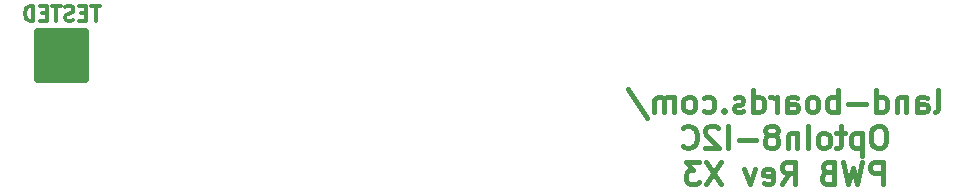
<source format=gbo>
G04 #@! TF.FileFunction,Legend,Bot*
%FSLAX46Y46*%
G04 Gerber Fmt 4.6, Leading zero omitted, Abs format (unit mm)*
G04 Created by KiCad (PCBNEW (after 2015-mar-04 BZR unknown)-product) date 5/18/2015 7:58:23 PM*
%MOMM*%
G01*
G04 APERTURE LIST*
%ADD10C,0.150000*%
%ADD11C,0.381000*%
%ADD12C,0.650000*%
%ADD13C,0.317500*%
G04 APERTURE END LIST*
D10*
D11*
X91265355Y-94818786D02*
X91446783Y-94728071D01*
X91537498Y-94546643D01*
X91537498Y-92913786D01*
X89723212Y-94818786D02*
X89723212Y-93820929D01*
X89813926Y-93639500D01*
X89995355Y-93548786D01*
X90358212Y-93548786D01*
X90539641Y-93639500D01*
X89723212Y-94728071D02*
X89904641Y-94818786D01*
X90358212Y-94818786D01*
X90539641Y-94728071D01*
X90630355Y-94546643D01*
X90630355Y-94365214D01*
X90539641Y-94183786D01*
X90358212Y-94093071D01*
X89904641Y-94093071D01*
X89723212Y-94002357D01*
X88816070Y-93548786D02*
X88816070Y-94818786D01*
X88816070Y-93730214D02*
X88725355Y-93639500D01*
X88543927Y-93548786D01*
X88271784Y-93548786D01*
X88090355Y-93639500D01*
X87999641Y-93820929D01*
X87999641Y-94818786D01*
X86276070Y-94818786D02*
X86276070Y-92913786D01*
X86276070Y-94728071D02*
X86457499Y-94818786D01*
X86820356Y-94818786D01*
X87001784Y-94728071D01*
X87092499Y-94637357D01*
X87183213Y-94455929D01*
X87183213Y-93911643D01*
X87092499Y-93730214D01*
X87001784Y-93639500D01*
X86820356Y-93548786D01*
X86457499Y-93548786D01*
X86276070Y-93639500D01*
X85368928Y-94093071D02*
X83917499Y-94093071D01*
X83010357Y-94818786D02*
X83010357Y-92913786D01*
X83010357Y-93639500D02*
X82828928Y-93548786D01*
X82466071Y-93548786D01*
X82284642Y-93639500D01*
X82193928Y-93730214D01*
X82103214Y-93911643D01*
X82103214Y-94455929D01*
X82193928Y-94637357D01*
X82284642Y-94728071D01*
X82466071Y-94818786D01*
X82828928Y-94818786D01*
X83010357Y-94728071D01*
X81014643Y-94818786D02*
X81196071Y-94728071D01*
X81286786Y-94637357D01*
X81377500Y-94455929D01*
X81377500Y-93911643D01*
X81286786Y-93730214D01*
X81196071Y-93639500D01*
X81014643Y-93548786D01*
X80742500Y-93548786D01*
X80561071Y-93639500D01*
X80470357Y-93730214D01*
X80379643Y-93911643D01*
X80379643Y-94455929D01*
X80470357Y-94637357D01*
X80561071Y-94728071D01*
X80742500Y-94818786D01*
X81014643Y-94818786D01*
X78746786Y-94818786D02*
X78746786Y-93820929D01*
X78837500Y-93639500D01*
X79018929Y-93548786D01*
X79381786Y-93548786D01*
X79563215Y-93639500D01*
X78746786Y-94728071D02*
X78928215Y-94818786D01*
X79381786Y-94818786D01*
X79563215Y-94728071D01*
X79653929Y-94546643D01*
X79653929Y-94365214D01*
X79563215Y-94183786D01*
X79381786Y-94093071D01*
X78928215Y-94093071D01*
X78746786Y-94002357D01*
X77839644Y-94818786D02*
X77839644Y-93548786D01*
X77839644Y-93911643D02*
X77748929Y-93730214D01*
X77658215Y-93639500D01*
X77476786Y-93548786D01*
X77295358Y-93548786D01*
X75843929Y-94818786D02*
X75843929Y-92913786D01*
X75843929Y-94728071D02*
X76025358Y-94818786D01*
X76388215Y-94818786D01*
X76569643Y-94728071D01*
X76660358Y-94637357D01*
X76751072Y-94455929D01*
X76751072Y-93911643D01*
X76660358Y-93730214D01*
X76569643Y-93639500D01*
X76388215Y-93548786D01*
X76025358Y-93548786D01*
X75843929Y-93639500D01*
X75027501Y-94728071D02*
X74846072Y-94818786D01*
X74483215Y-94818786D01*
X74301787Y-94728071D01*
X74211072Y-94546643D01*
X74211072Y-94455929D01*
X74301787Y-94274500D01*
X74483215Y-94183786D01*
X74755358Y-94183786D01*
X74936787Y-94093071D01*
X75027501Y-93911643D01*
X75027501Y-93820929D01*
X74936787Y-93639500D01*
X74755358Y-93548786D01*
X74483215Y-93548786D01*
X74301787Y-93639500D01*
X73394644Y-94637357D02*
X73303929Y-94728071D01*
X73394644Y-94818786D01*
X73485358Y-94728071D01*
X73394644Y-94637357D01*
X73394644Y-94818786D01*
X71671072Y-94728071D02*
X71852501Y-94818786D01*
X72215358Y-94818786D01*
X72396786Y-94728071D01*
X72487501Y-94637357D01*
X72578215Y-94455929D01*
X72578215Y-93911643D01*
X72487501Y-93730214D01*
X72396786Y-93639500D01*
X72215358Y-93548786D01*
X71852501Y-93548786D01*
X71671072Y-93639500D01*
X70582501Y-94818786D02*
X70763929Y-94728071D01*
X70854644Y-94637357D01*
X70945358Y-94455929D01*
X70945358Y-93911643D01*
X70854644Y-93730214D01*
X70763929Y-93639500D01*
X70582501Y-93548786D01*
X70310358Y-93548786D01*
X70128929Y-93639500D01*
X70038215Y-93730214D01*
X69947501Y-93911643D01*
X69947501Y-94455929D01*
X70038215Y-94637357D01*
X70128929Y-94728071D01*
X70310358Y-94818786D01*
X70582501Y-94818786D01*
X69131073Y-94818786D02*
X69131073Y-93548786D01*
X69131073Y-93730214D02*
X69040358Y-93639500D01*
X68858930Y-93548786D01*
X68586787Y-93548786D01*
X68405358Y-93639500D01*
X68314644Y-93820929D01*
X68314644Y-94818786D01*
X68314644Y-93820929D02*
X68223930Y-93639500D01*
X68042501Y-93548786D01*
X67770358Y-93548786D01*
X67588930Y-93639500D01*
X67498215Y-93820929D01*
X67498215Y-94818786D01*
X65230358Y-92823071D02*
X66863215Y-95272357D01*
X86684284Y-95961786D02*
X86321427Y-95961786D01*
X86139999Y-96052500D01*
X85958570Y-96233929D01*
X85867856Y-96596786D01*
X85867856Y-97231786D01*
X85958570Y-97594643D01*
X86139999Y-97776071D01*
X86321427Y-97866786D01*
X86684284Y-97866786D01*
X86865713Y-97776071D01*
X87047142Y-97594643D01*
X87137856Y-97231786D01*
X87137856Y-96596786D01*
X87047142Y-96233929D01*
X86865713Y-96052500D01*
X86684284Y-95961786D01*
X85051428Y-96596786D02*
X85051428Y-98501786D01*
X85051428Y-96687500D02*
X84869999Y-96596786D01*
X84507142Y-96596786D01*
X84325713Y-96687500D01*
X84234999Y-96778214D01*
X84144285Y-96959643D01*
X84144285Y-97503929D01*
X84234999Y-97685357D01*
X84325713Y-97776071D01*
X84507142Y-97866786D01*
X84869999Y-97866786D01*
X85051428Y-97776071D01*
X83599999Y-96596786D02*
X82874285Y-96596786D01*
X83327857Y-95961786D02*
X83327857Y-97594643D01*
X83237142Y-97776071D01*
X83055714Y-97866786D01*
X82874285Y-97866786D01*
X81967143Y-97866786D02*
X82148571Y-97776071D01*
X82239286Y-97685357D01*
X82330000Y-97503929D01*
X82330000Y-96959643D01*
X82239286Y-96778214D01*
X82148571Y-96687500D01*
X81967143Y-96596786D01*
X81695000Y-96596786D01*
X81513571Y-96687500D01*
X81422857Y-96778214D01*
X81332143Y-96959643D01*
X81332143Y-97503929D01*
X81422857Y-97685357D01*
X81513571Y-97776071D01*
X81695000Y-97866786D01*
X81967143Y-97866786D01*
X80515715Y-97866786D02*
X80515715Y-95961786D01*
X79608572Y-96596786D02*
X79608572Y-97866786D01*
X79608572Y-96778214D02*
X79517857Y-96687500D01*
X79336429Y-96596786D01*
X79064286Y-96596786D01*
X78882857Y-96687500D01*
X78792143Y-96868929D01*
X78792143Y-97866786D01*
X77612858Y-96778214D02*
X77794286Y-96687500D01*
X77885001Y-96596786D01*
X77975715Y-96415357D01*
X77975715Y-96324643D01*
X77885001Y-96143214D01*
X77794286Y-96052500D01*
X77612858Y-95961786D01*
X77250001Y-95961786D01*
X77068572Y-96052500D01*
X76977858Y-96143214D01*
X76887143Y-96324643D01*
X76887143Y-96415357D01*
X76977858Y-96596786D01*
X77068572Y-96687500D01*
X77250001Y-96778214D01*
X77612858Y-96778214D01*
X77794286Y-96868929D01*
X77885001Y-96959643D01*
X77975715Y-97141071D01*
X77975715Y-97503929D01*
X77885001Y-97685357D01*
X77794286Y-97776071D01*
X77612858Y-97866786D01*
X77250001Y-97866786D01*
X77068572Y-97776071D01*
X76977858Y-97685357D01*
X76887143Y-97503929D01*
X76887143Y-97141071D01*
X76977858Y-96959643D01*
X77068572Y-96868929D01*
X77250001Y-96778214D01*
X76070715Y-97141071D02*
X74619286Y-97141071D01*
X73712144Y-97866786D02*
X73712144Y-95961786D01*
X72895715Y-96143214D02*
X72805001Y-96052500D01*
X72623572Y-95961786D01*
X72170001Y-95961786D01*
X71988572Y-96052500D01*
X71897858Y-96143214D01*
X71807143Y-96324643D01*
X71807143Y-96506071D01*
X71897858Y-96778214D01*
X72986429Y-97866786D01*
X71807143Y-97866786D01*
X69902143Y-97685357D02*
X69992857Y-97776071D01*
X70265000Y-97866786D01*
X70446429Y-97866786D01*
X70718572Y-97776071D01*
X70900000Y-97594643D01*
X70990715Y-97413214D01*
X71081429Y-97050357D01*
X71081429Y-96778214D01*
X70990715Y-96415357D01*
X70900000Y-96233929D01*
X70718572Y-96052500D01*
X70446429Y-95961786D01*
X70265000Y-95961786D01*
X69992857Y-96052500D01*
X69902143Y-96143214D01*
X86820358Y-100914786D02*
X86820358Y-99009786D01*
X86094643Y-99009786D01*
X85913215Y-99100500D01*
X85822500Y-99191214D01*
X85731786Y-99372643D01*
X85731786Y-99644786D01*
X85822500Y-99826214D01*
X85913215Y-99916929D01*
X86094643Y-100007643D01*
X86820358Y-100007643D01*
X85096786Y-99009786D02*
X84643215Y-100914786D01*
X84280358Y-99554071D01*
X83917500Y-100914786D01*
X83463929Y-99009786D01*
X82103215Y-99916929D02*
X81831072Y-100007643D01*
X81740357Y-100098357D01*
X81649643Y-100279786D01*
X81649643Y-100551929D01*
X81740357Y-100733357D01*
X81831072Y-100824071D01*
X82012500Y-100914786D01*
X82738215Y-100914786D01*
X82738215Y-99009786D01*
X82103215Y-99009786D01*
X81921786Y-99100500D01*
X81831072Y-99191214D01*
X81740357Y-99372643D01*
X81740357Y-99554071D01*
X81831072Y-99735500D01*
X81921786Y-99826214D01*
X82103215Y-99916929D01*
X82738215Y-99916929D01*
X78293214Y-100914786D02*
X78928214Y-100007643D01*
X79381786Y-100914786D02*
X79381786Y-99009786D01*
X78656071Y-99009786D01*
X78474643Y-99100500D01*
X78383928Y-99191214D01*
X78293214Y-99372643D01*
X78293214Y-99644786D01*
X78383928Y-99826214D01*
X78474643Y-99916929D01*
X78656071Y-100007643D01*
X79381786Y-100007643D01*
X76751071Y-100824071D02*
X76932500Y-100914786D01*
X77295357Y-100914786D01*
X77476786Y-100824071D01*
X77567500Y-100642643D01*
X77567500Y-99916929D01*
X77476786Y-99735500D01*
X77295357Y-99644786D01*
X76932500Y-99644786D01*
X76751071Y-99735500D01*
X76660357Y-99916929D01*
X76660357Y-100098357D01*
X77567500Y-100279786D01*
X76025357Y-99644786D02*
X75571786Y-100914786D01*
X75118214Y-99644786D01*
X73122499Y-99009786D02*
X71852499Y-100914786D01*
X71852499Y-99009786D02*
X73122499Y-100914786D01*
X71308213Y-99009786D02*
X70128927Y-99009786D01*
X70763927Y-99735500D01*
X70491785Y-99735500D01*
X70310356Y-99826214D01*
X70219642Y-99916929D01*
X70128927Y-100098357D01*
X70128927Y-100551929D01*
X70219642Y-100733357D01*
X70310356Y-100824071D01*
X70491785Y-100914786D01*
X71036070Y-100914786D01*
X71217499Y-100824071D01*
X71308213Y-100733357D01*
D12*
X15306000Y-88020000D02*
X19306000Y-88020000D01*
X19306000Y-88020000D02*
X19306000Y-92020000D01*
X19306000Y-92020000D02*
X15306000Y-92020000D01*
X15306000Y-92020000D02*
X15306000Y-88020000D01*
X15306000Y-88020000D02*
X15306000Y-88520000D01*
X15306000Y-88520000D02*
X19306000Y-88520000D01*
X19306000Y-88520000D02*
X19306000Y-89020000D01*
X19306000Y-89020000D02*
X15306000Y-89020000D01*
X15306000Y-89020000D02*
X15306000Y-89520000D01*
X15306000Y-89520000D02*
X19306000Y-89520000D01*
X19306000Y-89520000D02*
X19306000Y-90020000D01*
X19306000Y-90020000D02*
X15306000Y-90020000D01*
X15306000Y-90020000D02*
X15306000Y-90520000D01*
X15306000Y-90520000D02*
X18806000Y-90520000D01*
X18806000Y-90520000D02*
X19306000Y-90520000D01*
X19306000Y-90520000D02*
X19306000Y-91020000D01*
X19306000Y-91020000D02*
X15306000Y-91020000D01*
X15306000Y-91020000D02*
X15306000Y-91520000D01*
X15306000Y-91520000D02*
X19306000Y-91520000D01*
D13*
X20541477Y-85824524D02*
X19815762Y-85824524D01*
X20178619Y-87094524D02*
X20178619Y-85824524D01*
X19392429Y-86429286D02*
X18969096Y-86429286D01*
X18787667Y-87094524D02*
X19392429Y-87094524D01*
X19392429Y-85824524D01*
X18787667Y-85824524D01*
X18303857Y-87034048D02*
X18122429Y-87094524D01*
X17820048Y-87094524D01*
X17699095Y-87034048D01*
X17638619Y-86973571D01*
X17578143Y-86852619D01*
X17578143Y-86731667D01*
X17638619Y-86610714D01*
X17699095Y-86550238D01*
X17820048Y-86489762D01*
X18061952Y-86429286D01*
X18182905Y-86368810D01*
X18243381Y-86308333D01*
X18303857Y-86187381D01*
X18303857Y-86066429D01*
X18243381Y-85945476D01*
X18182905Y-85885000D01*
X18061952Y-85824524D01*
X17759572Y-85824524D01*
X17578143Y-85885000D01*
X17215286Y-85824524D02*
X16489571Y-85824524D01*
X16852428Y-87094524D02*
X16852428Y-85824524D01*
X16066238Y-86429286D02*
X15642905Y-86429286D01*
X15461476Y-87094524D02*
X16066238Y-87094524D01*
X16066238Y-85824524D01*
X15461476Y-85824524D01*
X14917190Y-87094524D02*
X14917190Y-85824524D01*
X14614809Y-85824524D01*
X14433381Y-85885000D01*
X14312428Y-86005952D01*
X14251952Y-86126905D01*
X14191476Y-86368810D01*
X14191476Y-86550238D01*
X14251952Y-86792143D01*
X14312428Y-86913095D01*
X14433381Y-87034048D01*
X14614809Y-87094524D01*
X14917190Y-87094524D01*
M02*

</source>
